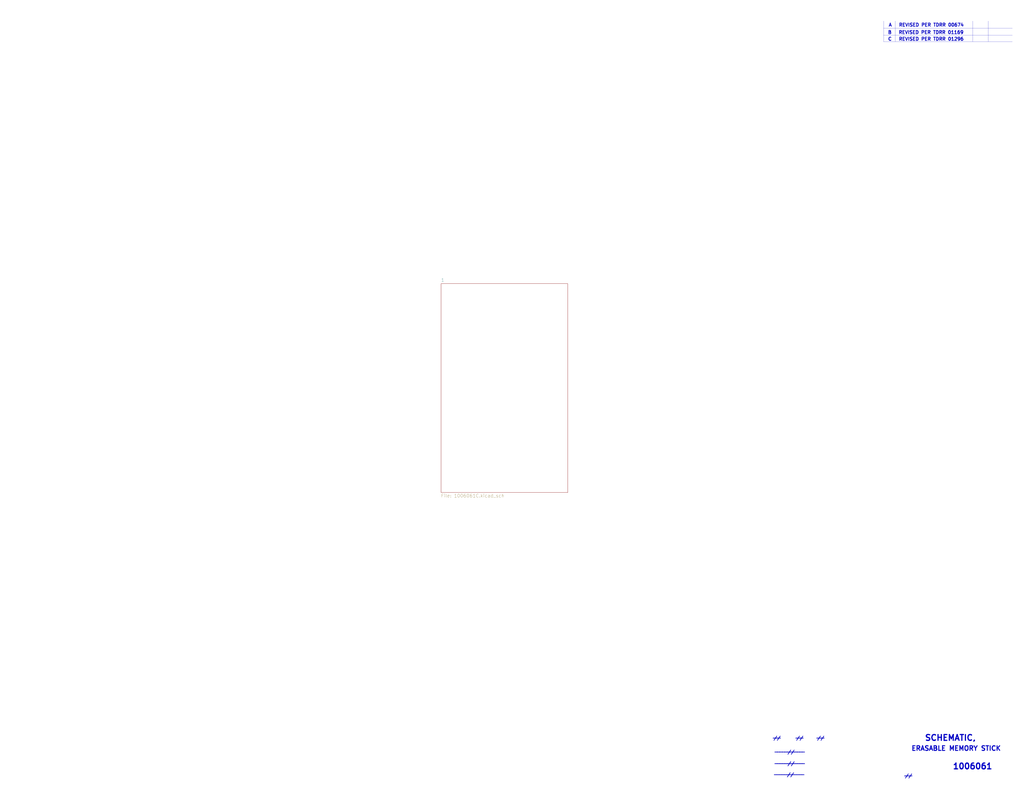
<source format=kicad_sch>
(kicad_sch (version 20211123) (generator eeschema)
  (paper "E")
  (lib_symbols)
  (polyline (pts (xy 977.011 22.987) (xy 977.011 45.466)) (stroke (width 0) (type solid)))
  (polyline (pts (xy 964.311 38.608) (xy 1104.9 38.608)) (stroke (width 0) (type solid)))
  (polyline (pts (xy 964.311 45.466) (xy 1104.9 45.466)) (stroke (width 0) (type solid)))
  (polyline (pts (xy 1078.611 22.987) (xy 1078.611 45.466)) (stroke (width 0) (type solid)))
  (polyline (pts (xy 964.311 22.987) (xy 964.311 45.466)) (stroke (width 0) (type solid)))
  (polyline (pts (xy 1061.72 22.987) (xy 1061.72 45.466)) (stroke (width 0) (type solid)))
  (polyline (pts (xy 964.311 30.988) (xy 1104.9 30.988)) (stroke (width 0) (type solid)))
  (text "___" (at 890.905 806.45 0) (effects (font (size 3.556 3.556) (thickness 0.7112) bold) (justify left bottom)))
  (text "A   REVISED PER TDRR 00674" (at 969.645 29.464 0) (effects (font (size 3.556 3.556) (thickness 0.7112) bold) (justify left bottom)))
  (text "____________" (at 845.185 834.39 0) (effects (font (size 3.556 3.556) (thickness 0.7112) bold) (justify left bottom)))
  (text "____________" (at 844.55 846.455 0) (effects (font (size 3.556 3.556) (thickness 0.7112) bold) (justify left bottom)))
  (text "SCHEMATIC," (at 1009.015 809.625 0) (effects (font (size 6.35 6.35) (thickness 1.27) bold) (justify left bottom)))
  (text "//" (at 843.915 808.355 0) (effects (font (size 3.556 3.556) (thickness 0.7112) bold) (justify left bottom)))
  (text "___" (at 986.79 847.725 0) (effects (font (size 3.556 3.556) (thickness 0.7112) bold) (justify left bottom)))
  (text "//" (at 859.155 823.595 0) (effects (font (size 3.556 3.556) (thickness 0.7112) bold) (justify left bottom)))
  (text "B   REVISED PER TDRR 01169" (at 968.883 37.592 0) (effects (font (size 3.556 3.556) (thickness 0.7112) bold) (justify left bottom)))
  (text "//" (at 868.68 808.355 0) (effects (font (size 3.556 3.556) (thickness 0.7112) bold) (justify left bottom)))
  (text "//" (at 891.54 808.355 0) (effects (font (size 3.556 3.556) (thickness 0.7112) bold) (justify left bottom)))
  (text "//" (at 859.155 836.295 0) (effects (font (size 3.556 3.556) (thickness 0.7112) bold) (justify left bottom)))
  (text "1006061" (at 1039.495 840.74 0) (effects (font (size 6.35 6.35) (thickness 1.27) bold) (justify left bottom)))
  (text "ERASABLE MEMORY STICK" (at 994.41 820.42 0) (effects (font (size 5.08 5.08) (thickness 1.016) bold) (justify left bottom)))
  (text "C   REVISED PER TDRR 01296" (at 969.01 44.831 0) (effects (font (size 3.556 3.556) (thickness 0.7112) bold) (justify left bottom)))
  (text "//" (at 987.425 849.63 0) (effects (font (size 3.556 3.556) (thickness 0.7112) bold) (justify left bottom)))
  (text "___" (at 843.28 806.45 0) (effects (font (size 3.556 3.556) (thickness 0.7112) bold) (justify left bottom)))
  (text "____________" (at 845.185 821.69 0) (effects (font (size 3.556 3.556) (thickness 0.7112) bold) (justify left bottom)))
  (text "___" (at 868.045 806.45 0) (effects (font (size 3.556 3.556) (thickness 0.7112) bold) (justify left bottom)))
  (text "//" (at 858.52 848.36 0) (effects (font (size 3.556 3.556) (thickness 0.7112) bold) (justify left bottom)))
  (sheet (at 481.33 309.88) (size 138.43 227.965)
    (property "Sheet name" "1" (at 481.33 308.0254 0) (effects (font (size 3.556 3.556)) (justify left bottom)))
    (property "Sheet file" "1006061C.kicad_sch" (at 481.33 539.344 0) (effects (font (size 3.556 3.556)) (justify left top)))
  )
)
</source>
